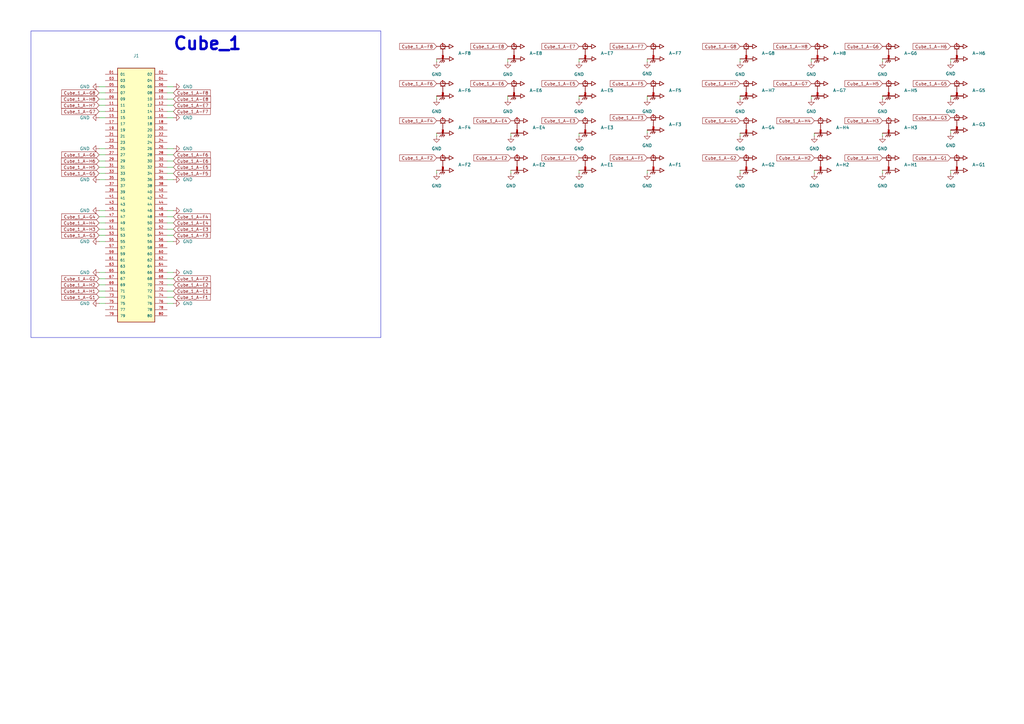
<source format=kicad_sch>
(kicad_sch (version 20231120) (generator "eeschema") (generator_version "8.0")
  (paper "A3")
  (wire (pts (xy 40.64 38.1) (xy 43.18 38.1)))
  (wire (pts (xy 40.64 73.66) (xy 43.18 73.66)))
  (wire (pts (xy 389.89 40.64) (xy 389.89 39.37)))
  (wire (pts (xy 209.55 54.61) (xy 209.55 55.88)))
  (wire (pts (xy 265.43 53.34) (xy 265.43 54.61)))
  (wire (pts (xy 265.43 40.64) (xy 265.43 39.37)))
  (wire (pts (xy 71.12 111.76) (xy 68.58 111.76)))
  (wire (pts (xy 40.64 60.96) (xy 43.18 60.96)))
  (wire (pts (xy 68.58 93.98) (xy 71.12 93.98)))
  (wire (pts (xy 40.64 114.3) (xy 43.18 114.3)))
  (wire (pts (xy 208.28 40.64) (xy 208.28 39.37)))
  (wire (pts (xy 40.64 111.76) (xy 43.18 111.76)))
  (wire (pts (xy 361.95 69.85) (xy 361.95 71.12)))
  (wire (pts (xy 68.58 119.38) (xy 71.12 119.38)))
  (wire (pts (xy 71.12 60.96) (xy 68.58 60.96)))
  (wire (pts (xy 40.64 121.92) (xy 43.18 121.92)))
  (wire (pts (xy 237.49 69.85) (xy 237.49 71.12)))
  (wire (pts (xy 237.49 25.4) (xy 237.49 24.13)))
  (wire (pts (xy 68.58 121.92) (xy 71.12 121.92)))
  (wire (pts (xy 361.95 54.61) (xy 361.95 55.88)))
  (wire (pts (xy 40.64 91.44) (xy 43.18 91.44)))
  (wire (pts (xy 40.64 35.56) (xy 43.18 35.56)))
  (wire (pts (xy 265.43 69.85) (xy 265.43 71.12)))
  (wire (pts (xy 68.58 96.52) (xy 71.12 96.52)))
  (wire (pts (xy 209.55 69.85) (xy 209.55 71.12)))
  (wire (pts (xy 332.74 40.64) (xy 332.74 39.37)))
  (wire (pts (xy 40.64 116.84) (xy 43.18 116.84)))
  (wire (pts (xy 68.58 45.72) (xy 71.12 45.72)))
  (wire (pts (xy 68.58 88.9) (xy 71.12 88.9)))
  (wire (pts (xy 332.74 25.4) (xy 332.74 24.13)))
  (wire (pts (xy 71.12 124.46) (xy 68.58 124.46)))
  (wire (pts (xy 334.01 54.61) (xy 334.01 55.88)))
  (wire (pts (xy 40.64 99.06) (xy 43.18 99.06)))
  (wire (pts (xy 179.07 54.61) (xy 179.07 55.88)))
  (wire (pts (xy 68.58 68.58) (xy 71.12 68.58)))
  (wire (pts (xy 68.58 38.1) (xy 71.12 38.1)))
  (wire (pts (xy 265.43 25.4) (xy 265.43 24.13)))
  (wire (pts (xy 68.58 116.84) (xy 71.12 116.84)))
  (wire (pts (xy 40.64 96.52) (xy 43.18 96.52)))
  (wire (pts (xy 334.01 69.85) (xy 334.01 71.12)))
  (wire (pts (xy 71.12 35.56) (xy 68.58 35.56)))
  (wire (pts (xy 71.12 99.06) (xy 68.58 99.06)))
  (wire (pts (xy 303.53 69.85) (xy 303.53 71.12)))
  (wire (pts (xy 68.58 63.5) (xy 71.12 63.5)))
  (wire (pts (xy 179.07 25.4) (xy 179.07 24.13)))
  (wire (pts (xy 237.49 40.64) (xy 237.49 39.37)))
  (wire (pts (xy 361.95 40.64) (xy 361.95 39.37)))
  (wire (pts (xy 303.53 54.61) (xy 303.53 55.88)))
  (wire (pts (xy 40.64 45.72) (xy 43.18 45.72)))
  (wire (pts (xy 208.28 25.4) (xy 208.28 24.13)))
  (wire (pts (xy 68.58 71.12) (xy 71.12 71.12)))
  (wire (pts (xy 40.64 43.18) (xy 43.18 43.18)))
  (wire (pts (xy 40.64 68.58) (xy 43.18 68.58)))
  (wire (pts (xy 40.64 66.04) (xy 43.18 66.04)))
  (wire (pts (xy 237.49 54.61) (xy 237.49 55.88)))
  (wire (pts (xy 40.64 40.64) (xy 43.18 40.64)))
  (wire (pts (xy 71.12 73.66) (xy 68.58 73.66)))
  (wire (pts (xy 71.12 48.26) (xy 68.58 48.26)))
  (wire (pts (xy 303.53 40.64) (xy 303.53 39.37)))
  (wire (pts (xy 389.89 69.85) (xy 389.89 71.12)))
  (wire (pts (xy 40.64 93.98) (xy 43.18 93.98)))
  (wire (pts (xy 40.64 86.36) (xy 43.18 86.36)))
  (wire (pts (xy 40.64 48.26) (xy 43.18 48.26)))
  (wire (pts (xy 68.58 66.04) (xy 71.12 66.04)))
  (wire (pts (xy 179.07 69.85) (xy 179.07 71.12)))
  (wire (pts (xy 303.53 25.4) (xy 303.53 24.13)))
  (wire (pts (xy 68.58 114.3) (xy 71.12 114.3)))
  (wire (pts (xy 68.58 91.44) (xy 71.12 91.44)))
  (wire (pts (xy 40.64 119.38) (xy 43.18 119.38)))
  (wire (pts (xy 40.64 88.9) (xy 43.18 88.9)))
  (wire (pts (xy 389.89 53.34) (xy 389.89 54.61)))
  (wire (pts (xy 40.64 71.12) (xy 43.18 71.12)))
  (wire (pts (xy 68.58 43.18) (xy 71.12 43.18)))
  (wire (pts (xy 179.07 40.64) (xy 179.07 39.37)))
  (wire (pts (xy 71.12 86.36) (xy 68.58 86.36)))
  (wire (pts (xy 389.89 25.4) (xy 389.89 24.13)))
  (wire (pts (xy 40.64 63.5) (xy 43.18 63.5)))
  (wire (pts (xy 40.64 124.46) (xy 43.18 124.46)))
  (wire (pts (xy 361.95 25.4) (xy 361.95 24.13)))
  (wire (pts (xy 68.58 40.64) (xy 71.12 40.64)))
  (rectangle (start 12.7 12.7) (end 156.21 138.43))
  (text "Cube_1\n" (at 85.09 18.034 0) (effects (font (size 5.08 5.08) (thickness 1.016) (bold yes))))
  (global_label "Cube_1_A-H3" (shape input) (at 361.95 49.53 180) (property "Intersheetrefs" "${INTERSHEET_REFS}" (effects (hide yes))))
  (global_label "Cube_1_A-H2" (shape input) (at 40.64 116.84 180) (property "Intersheetrefs" "${INTERSHEET_REFS}" (effects (hide yes))))
  (global_label "Cube_1_A-E1" (shape input) (at 237.49 64.77 180) (property "Intersheetrefs" "${INTERSHEET_REFS}" (effects (hide yes))))
  (global_label "Cube_1_A-F7" (shape input) (at 71.12 45.72 0) (property "Intersheetrefs" "${INTERSHEET_REFS}" (effects (hide yes))))
  (global_label "Cube_1_A-E5" (shape input) (at 71.12 68.58 0) (property "Intersheetrefs" "${INTERSHEET_REFS}" (effects (hide yes))))
  (global_label "Cube_1_A-F6" (shape input) (at 179.07 34.29 180) (property "Intersheetrefs" "${INTERSHEET_REFS}" (effects (hide yes))))
  (global_label "Cube_1_A-H1" (shape input) (at 361.95 64.77 180) (property "Intersheetrefs" "${INTERSHEET_REFS}" (effects (hide yes))))
  (global_label "Cube_1_A-G1" (shape input) (at 389.89 64.77 180) (property "Intersheetrefs" "${INTERSHEET_REFS}" (effects (hide yes))))
  (global_label "Cube_1_A-H4" (shape input) (at 334.01 49.53 180) (property "Intersheetrefs" "${INTERSHEET_REFS}" (effects (hide yes))))
  (global_label "Cube_1_A-H2" (shape input) (at 334.01 64.77 180) (property "Intersheetrefs" "${INTERSHEET_REFS}" (effects (hide yes))))
  (global_label "Cube_1_A-G5" (shape input) (at 389.89 34.29 180) (property "Intersheetrefs" "${INTERSHEET_REFS}" (effects (hide yes))))
  (global_label "Cube_1_A-G5" (shape input) (at 40.64 71.12 180) (property "Intersheetrefs" "${INTERSHEET_REFS}" (effects (hide yes))))
  (global_label "Cube_1_A-E8" (shape input) (at 208.28 19.05 180) (property "Intersheetrefs" "${INTERSHEET_REFS}" (effects (hide yes))))
  (global_label "Cube_1_A-G3" (shape input) (at 40.64 96.52 180) (property "Intersheetrefs" "${INTERSHEET_REFS}" (effects (hide yes))))
  (global_label "Cube_1_A-F2" (shape input) (at 179.07 64.77 180) (property "Intersheetrefs" "${INTERSHEET_REFS}" (effects (hide yes))))
  (global_label "Cube_1_A-H5" (shape input) (at 40.64 68.58 180) (property "Intersheetrefs" "${INTERSHEET_REFS}" (effects (hide yes))))
  (global_label "Cube_1_A-G7" (shape input) (at 40.64 45.72 180) (property "Intersheetrefs" "${INTERSHEET_REFS}" (effects (hide yes))))
  (global_label "Cube_1_A-E4" (shape input) (at 209.55 49.53 180) (property "Intersheetrefs" "${INTERSHEET_REFS}" (effects (hide yes))))
  (global_label "Cube_1_A-F3" (shape input) (at 265.43 48.26 180) (property "Intersheetrefs" "${INTERSHEET_REFS}" (effects (hide yes))))
  (global_label "Cube_1_A-F3" (shape input) (at 71.12 96.52 0) (property "Intersheetrefs" "${INTERSHEET_REFS}" (effects (hide yes))))
  (global_label "Cube_1_A-E3" (shape input) (at 71.12 93.98 0) (property "Intersheetrefs" "${INTERSHEET_REFS}" (effects (hide yes))))
  (global_label "Cube_1_A-F8" (shape input) (at 71.12 38.1 0) (property "Intersheetrefs" "${INTERSHEET_REFS}" (effects (hide yes))))
  (global_label "Cube_1_A-E3" (shape input) (at 237.49 49.53 180) (property "Intersheetrefs" "${INTERSHEET_REFS}" (effects (hide yes))))
  (global_label "Cube_1_A-E7" (shape input) (at 71.12 43.18 0) (property "Intersheetrefs" "${INTERSHEET_REFS}" (effects (hide yes))))
  (global_label "Cube_1_A-F5" (shape input) (at 265.43 34.29 180) (property "Intersheetrefs" "${INTERSHEET_REFS}" (effects (hide yes))))
  (global_label "Cube_1_A-H6" (shape input) (at 40.64 66.04 180) (property "Intersheetrefs" "${INTERSHEET_REFS}" (effects (hide yes))))
  (global_label "Cube_1_A-H7" (shape input) (at 303.53 34.29 180) (property "Intersheetrefs" "${INTERSHEET_REFS}" (effects (hide yes))))
  (global_label "Cube_1_A-F6" (shape input) (at 71.12 63.5 0) (property "Intersheetrefs" "${INTERSHEET_REFS}" (effects (hide yes))))
  (global_label "Cube_1_A-E6" (shape input) (at 208.28 34.29 180) (property "Intersheetrefs" "${INTERSHEET_REFS}" (effects (hide yes))))
  (global_label "Cube_1_A-F4" (shape input) (at 71.12 88.9 0) (property "Intersheetrefs" "${INTERSHEET_REFS}" (effects (hide yes))))
  (global_label "Cube_1_A-H1" (shape input) (at 40.64 119.38 180) (property "Intersheetrefs" "${INTERSHEET_REFS}" (effects (hide yes))))
  (global_label "Cube_1_A-F8" (shape input) (at 179.07 19.05 180) (property "Intersheetrefs" "${INTERSHEET_REFS}" (effects (hide yes))))
  (global_label "Cube_1_A-F7" (shape input) (at 265.43 19.05 180) (property "Intersheetrefs" "${INTERSHEET_REFS}" (effects (hide yes))))
  (global_label "Cube_1_A-F5" (shape input) (at 71.12 71.12 0) (property "Intersheetrefs" "${INTERSHEET_REFS}" (effects (hide yes))))
  (global_label "Cube_1_A-G2" (shape input) (at 303.53 64.77 180) (property "Intersheetrefs" "${INTERSHEET_REFS}" (effects (hide yes))))
  (global_label "Cube_1_A-E8" (shape input) (at 71.12 40.64 0) (property "Intersheetrefs" "${INTERSHEET_REFS}" (effects (hide yes))))
  (global_label "Cube_1_A-H4" (shape input) (at 40.64 91.44 180) (property "Intersheetrefs" "${INTERSHEET_REFS}" (effects (hide yes))))
  (global_label "Cube_1_A-F2" (shape input) (at 71.12 114.3 0) (property "Intersheetrefs" "${INTERSHEET_REFS}" (effects (hide yes))))
  (global_label "Cube_1_A-G3" (shape input) (at 389.89 48.26 180) (property "Intersheetrefs" "${INTERSHEET_REFS}" (effects (hide yes))))
  (global_label "Cube_1_A-H6" (shape input) (at 389.89 19.05 180) (property "Intersheetrefs" "${INTERSHEET_REFS}" (effects (hide yes))))
  (global_label "Cube_1_A-E2" (shape input) (at 209.55 64.77 180) (property "Intersheetrefs" "${INTERSHEET_REFS}" (effects (hide yes))))
  (global_label "Cube_1_A-G8" (shape input) (at 40.64 38.1 180) (property "Intersheetrefs" "${INTERSHEET_REFS}" (effects (hide yes))))
  (global_label "Cube_1_A-G2" (shape input) (at 40.64 114.3 180) (property "Intersheetrefs" "${INTERSHEET_REFS}" (effects (hide yes))))
  (global_label "Cube_1_A-G4" (shape input) (at 40.64 88.9 180) (property "Intersheetrefs" "${INTERSHEET_REFS}" (effects (hide yes))))
  (global_label "Cube_1_A-G8" (shape input) (at 303.53 19.05 180) (property "Intersheetrefs" "${INTERSHEET_REFS}" (effects (hide yes))))
  (global_label "Cube_1_A-E4" (shape input) (at 71.12 91.44 0) (property "Intersheetrefs" "${INTERSHEET_REFS}" (effects (hide yes))))
  (global_label "Cube_1_A-H7" (shape input) (at 40.64 43.18 180) (property "Intersheetrefs" "${INTERSHEET_REFS}" (effects (hide yes))))
  (global_label "Cube_1_A-H8" (shape input) (at 40.64 40.64 180) (property "Intersheetrefs" "${INTERSHEET_REFS}" (effects (hide yes))))
  (global_label "Cube_1_A-E5" (shape input) (at 237.49 34.29 180) (property "Intersheetrefs" "${INTERSHEET_REFS}" (effects (hide yes))))
  (global_label "Cube_1_A-H3" (shape input) (at 40.64 93.98 180) (property "Intersheetrefs" "${INTERSHEET_REFS}" (effects (hide yes))))
  (global_label "Cube_1_A-G7" (shape input) (at 332.74 34.29 180) (property "Intersheetrefs" "${INTERSHEET_REFS}" (effects (hide yes))))
  (global_label "Cube_1_A-H8" (shape input) (at 332.74 19.05 180) (property "Intersheetrefs" "${INTERSHEET_REFS}" (effects (hide yes))))
  (global_label "Cube_1_A-F4" (shape input) (at 179.07 49.53 180) (property "Intersheetrefs" "${INTERSHEET_REFS}" (effects (hide yes))))
  (global_label "Cube_1_A-E6" (shape input) (at 71.12 66.04 0) (property "Intersheetrefs" "${INTERSHEET_REFS}" (effects (hide yes))))
  (global_label "Cube_1_A-G6" (shape input) (at 361.95 19.05 180) (property "Intersheetrefs" "${INTERSHEET_REFS}" (effects (hide yes))))
  (global_label "Cube_1_A-E1" (shape input) (at 71.12 119.38 0) (property "Intersheetrefs" "${INTERSHEET_REFS}" (effects (hide yes))))
  (global_label "Cube_1_A-G6" (shape input) (at 40.64 63.5 180) (property "Intersheetrefs" "${INTERSHEET_REFS}" (effects (hide yes))))
  (global_label "Cube_1_A-H5" (shape input) (at 361.95 34.29 180) (property "Intersheetrefs" "${INTERSHEET_REFS}" (effects (hide yes))))
  (global_label "Cube_1_A-G1" (shape input) (at 40.64 121.92 180) (property "Intersheetrefs" "${INTERSHEET_REFS}" (effects (hide yes))))
  (global_label "Cube_1_A-E7" (shape input) (at 237.49 19.05 180) (property "Intersheetrefs" "${INTERSHEET_REFS}" (effects (hide yes))))
  (global_label "Cube_1_A-F1" (shape input) (at 265.43 64.77 180) (property "Intersheetrefs" "${INTERSHEET_REFS}" (effects (hide yes))))
  (global_label "Cube_1_A-E2" (shape input) (at 71.12 116.84 0) (property "Intersheetrefs" "${INTERSHEET_REFS}" (effects (hide yes))))
  (global_label "Cube_1_A-F1" (shape input) (at 71.12 121.92 0) (property "Intersheetrefs" "${INTERSHEET_REFS}" (effects (hide yes))))
  (global_label "Cube_1_A-G4" (shape input) (at 303.53 49.53 180) (property "Intersheetrefs" "${INTERSHEET_REFS}" (effects (hide yes))))
  (symbol (lib_id "power:GND") (at 71.12 35.56 90) (mirror x) (unit 1)
    (property "Reference" "#PWR09" (effects (hide yes)))
    (property "Value" "GND" (at 74.93 35.5599 90) (effects (justify right)))
    (property "Description" "Power symbol creates a global label with name \"GND\" , ground" (effects (hide yes)))
  )
  (symbol (lib_id "FARICH:20449-001E-03") (at 267.97 67.31 0) (unit 1)
    (property "Reference" "A-F1" (at 274.32 67.5639 0) (effects (justify left)))
    (property "Value" "20449-001E-03" (effects (hide yes)))
    (property "Footprint" "IPEX:IPEX_20449-001E-03" (effects (hide yes)))
    (property "MF" "I-PEX" (effects (hide yes)))
    (property "Description_1" "\n1 POS Vertical SMD Small form factor with big performance through 6 GHz connector, RF, micro-coaxial MHF 4 Receptacle\n" (effects (hide yes)))
    (property "Package" "None" (effects (hide yes)))
    (property "Price" "None" (effects (hide yes)))
    (property "Check_prices" "https://www.snapeda.com/parts/20449-001E-03/I-PEX/view-part/?ref=eda" (effects (hide yes)))
    (property "PARTREV" "5" (effects (hide yes)))
    (property "SnapEDA_Link" "https://www.snapeda.com/parts/20449-001E-03/I-PEX/view-part/?ref=snap" (effects (hide yes)))
    (property "MP" "20449-001E-03" (effects (hide yes)))
    (property "Purchase-URL" "https://www.snapeda.com/api/url_track_click_mouser/?unipart_id=3220640&manufacturer=I-PEX&part_name=20449-001E-03&search_term=ipex" (effects (hide yes)))
    (property "Availability" "In Stock" (effects (hide yes)))
    (property "STANDART" "Manufacturer Recomendations" (effects (hide yes)))
  )
  (symbol (lib_id "power:GND") (at 71.12 111.76 90) (mirror x) (unit 1)
    (property "Reference" "#PWR015" (effects (hide yes)))
    (property "Value" "GND" (at 74.93 111.7599 90) (effects (justify right)))
    (property "Description" "Power symbol creates a global label with name \"GND\" , ground" (effects (hide yes)))
  )
  (symbol (lib_id "power:GND") (at 179.07 71.12 0) (unit 1)
    (property "Reference" "#PWR024" (effects (hide yes)))
    (property "Value" "GND" (at 179.07 76.2 0))
    (property "Description" "Power symbol creates a global label with name \"GND\" , ground" (effects (hide yes)))
  )
  (symbol (lib_id "FARICH:20449-001E-03") (at 392.43 50.8 0) (unit 1)
    (property "Reference" "A-G3" (at 398.78 51.0539 0) (effects (justify left)))
    (property "Value" "20449-001E-03" (effects (hide yes)))
    (property "Footprint" "IPEX:IPEX_20449-001E-03" (effects (hide yes)))
    (property "MF" "I-PEX" (effects (hide yes)))
    (property "Description_1" "\n1 POS Vertical SMD Small form factor with big performance through 6 GHz connector, RF, micro-coaxial MHF 4 Receptacle\n" (effects (hide yes)))
    (property "Package" "None" (effects (hide yes)))
    (property "Price" "None" (effects (hide yes)))
    (property "Check_prices" "https://www.snapeda.com/parts/20449-001E-03/I-PEX/view-part/?ref=eda" (effects (hide yes)))
    (property "PARTREV" "5" (effects (hide yes)))
    (property "SnapEDA_Link" "https://www.snapeda.com/parts/20449-001E-03/I-PEX/view-part/?ref=snap" (effects (hide yes)))
    (property "MP" "20449-001E-03" (effects (hide yes)))
    (property "Purchase-URL" "https://www.snapeda.com/api/url_track_click_mouser/?unipart_id=3220640&manufacturer=I-PEX&part_name=20449-001E-03&search_term=ipex" (effects (hide yes)))
    (property "Availability" "In Stock" (effects (hide yes)))
    (property "STANDART" "Manufacturer Recomendations" (effects (hide yes)))
  )
  (symbol (lib_id "power:GND") (at 237.49 40.64 0) (unit 1)
    (property "Reference" "#PWR030" (effects (hide yes)))
    (property "Value" "GND" (at 237.49 45.72 0))
    (property "Description" "Power symbol creates a global label with name \"GND\" , ground" (effects (hide yes)))
  )
  (symbol (lib_id "power:GND") (at 71.12 48.26 90) (mirror x) (unit 1)
    (property "Reference" "#PWR010" (effects (hide yes)))
    (property "Value" "GND" (at 74.93 48.2599 90) (effects (justify right)))
    (property "Description" "Power symbol creates a global label with name \"GND\" , ground" (effects (hide yes)))
  )
  (symbol (lib_id "FARICH:20449-001E-03") (at 181.61 67.31 0) (unit 1)
    (property "Reference" "A-F2" (at 187.96 67.5639 0) (effects (justify left)))
    (property "Value" "20449-001E-03" (effects (hide yes)))
    (property "Footprint" "IPEX:IPEX_20449-001E-03" (effects (hide yes)))
    (property "MF" "I-PEX" (effects (hide yes)))
    (property "Description_1" "\n1 POS Vertical SMD Small form factor with big performance through 6 GHz connector, RF, micro-coaxial MHF 4 Receptacle\n" (effects (hide yes)))
    (property "Package" "None" (effects (hide yes)))
    (property "Price" "None" (effects (hide yes)))
    (property "Check_prices" "https://www.snapeda.com/parts/20449-001E-03/I-PEX/view-part/?ref=eda" (effects (hide yes)))
    (property "PARTREV" "5" (effects (hide yes)))
    (property "SnapEDA_Link" "https://www.snapeda.com/parts/20449-001E-03/I-PEX/view-part/?ref=snap" (effects (hide yes)))
    (property "MP" "20449-001E-03" (effects (hide yes)))
    (property "Purchase-URL" "https://www.snapeda.com/api/url_track_click_mouser/?unipart_id=3220640&manufacturer=I-PEX&part_name=20449-001E-03&search_term=ipex" (effects (hide yes)))
    (property "Availability" "In Stock" (effects (hide yes)))
    (property "STANDART" "Manufacturer Recomendations" (effects (hide yes)))
  )
  (symbol (lib_id "FARICH:20449-001E-03") (at 181.61 52.07 0) (unit 1)
    (property "Reference" "A-F4" (at 187.96 52.3239 0) (effects (justify left)))
    (property "Value" "20449-001E-03" (effects (hide yes)))
    (property "Footprint" "IPEX:IPEX_20449-001E-03" (effects (hide yes)))
    (property "MF" "I-PEX" (effects (hide yes)))
    (property "Description_1" "\n1 POS Vertical SMD Small form factor with big performance through 6 GHz connector, RF, micro-coaxial MHF 4 Receptacle\n" (effects (hide yes)))
    (property "Package" "None" (effects (hide yes)))
    (property "Price" "None" (effects (hide yes)))
    (property "Check_prices" "https://www.snapeda.com/parts/20449-001E-03/I-PEX/view-part/?ref=eda" (effects (hide yes)))
    (property "PARTREV" "5" (effects (hide yes)))
    (property "SnapEDA_Link" "https://www.snapeda.com/parts/20449-001E-03/I-PEX/view-part/?ref=snap" (effects (hide yes)))
    (property "MP" "20449-001E-03" (effects (hide yes)))
    (property "Purchase-URL" "https://www.snapeda.com/api/url_track_click_mouser/?unipart_id=3220640&manufacturer=I-PEX&part_name=20449-001E-03&search_term=ipex" (effects (hide yes)))
    (property "Availability" "In Stock" (effects (hide yes)))
    (property "STANDART" "Manufacturer Recomendations" (effects (hide yes)))
  )
  (symbol (lib_id "FARICH:20449-001E-03") (at 240.03 67.31 0) (unit 1)
    (property "Reference" "A-E1" (at 246.38 67.5639 0) (effects (justify left)))
    (property "Value" "20449-001E-03" (effects (hide yes)))
    (property "Footprint" "IPEX:IPEX_20449-001E-03" (effects (hide yes)))
    (property "MF" "I-PEX" (effects (hide yes)))
    (property "Description_1" "\n1 POS Vertical SMD Small form factor with big performance through 6 GHz connector, RF, micro-coaxial MHF 4 Receptacle\n" (effects (hide yes)))
    (property "Package" "None" (effects (hide yes)))
    (property "Price" "None" (effects (hide yes)))
    (property "Check_prices" "https://www.snapeda.com/parts/20449-001E-03/I-PEX/view-part/?ref=eda" (effects (hide yes)))
    (property "PARTREV" "5" (effects (hide yes)))
    (property "SnapEDA_Link" "https://www.snapeda.com/parts/20449-001E-03/I-PEX/view-part/?ref=snap" (effects (hide yes)))
    (property "MP" "20449-001E-03" (effects (hide yes)))
    (property "Purchase-URL" "https://www.snapeda.com/api/url_track_click_mouser/?unipart_id=3220640&manufacturer=I-PEX&part_name=20449-001E-03&search_term=ipex" (effects (hide yes)))
    (property "Availability" "In Stock" (effects (hide yes)))
    (property "STANDART" "Manufacturer Recomendations" (effects (hide yes)))
  )
  (symbol (lib_id "FARICH:20449-001E-03") (at 335.28 21.59 0) (unit 1)
    (property "Reference" "A-H8" (at 341.63 21.8439 0) (effects (justify left)))
    (property "Value" "20449-001E-03" (effects (hide yes)))
    (property "Footprint" "IPEX:IPEX_20449-001E-03" (effects (hide yes)))
    (property "MF" "I-PEX" (effects (hide yes)))
    (property "Description_1" "\n1 POS Vertical SMD Small form factor with big performance through 6 GHz connector, RF, micro-coaxial MHF 4 Receptacle\n" (effects (hide yes)))
    (property "Package" "None" (effects (hide yes)))
    (property "Price" "None" (effects (hide yes)))
    (property "Check_prices" "https://www.snapeda.com/parts/20449-001E-03/I-PEX/view-part/?ref=eda" (effects (hide yes)))
    (property "PARTREV" "5" (effects (hide yes)))
    (property "SnapEDA_Link" "https://www.snapeda.com/parts/20449-001E-03/I-PEX/view-part/?ref=snap" (effects (hide yes)))
    (property "MP" "20449-001E-03" (effects (hide yes)))
    (property "Purchase-URL" "https://www.snapeda.com/api/url_track_click_mouser/?unipart_id=3220640&manufacturer=I-PEX&part_name=20449-001E-03&search_term=ipex" (effects (hide yes)))
    (property "Availability" "In Stock" (effects (hide yes)))
    (property "STANDART" "Manufacturer Recomendations" (effects (hide yes)))
  )
  (symbol (lib_id "power:GND") (at 71.12 73.66 90) (mirror x) (unit 1)
    (property "Reference" "#PWR012" (effects (hide yes)))
    (property "Value" "GND" (at 74.93 73.6599 90) (effects (justify right)))
    (property "Description" "Power symbol creates a global label with name \"GND\" , ground" (effects (hide yes)))
  )
  (symbol (lib_id "FARICH:20449-001E-03") (at 212.09 67.31 0) (unit 1)
    (property "Reference" "A-E2" (at 218.44 67.5639 0) (effects (justify left)))
    (property "Value" "20449-001E-03" (effects (hide yes)))
    (property "Footprint" "IPEX:IPEX_20449-001E-03" (effects (hide yes)))
    (property "MF" "I-PEX" (effects (hide yes)))
    (property "Description_1" "\n1 POS Vertical SMD Small form factor with big performance through 6 GHz connector, RF, micro-coaxial MHF 4 Receptacle\n" (effects (hide yes)))
    (property "Package" "None" (effects (hide yes)))
    (property "Price" "None" (effects (hide yes)))
    (property "Check_prices" "https://www.snapeda.com/parts/20449-001E-03/I-PEX/view-part/?ref=eda" (effects (hide yes)))
    (property "PARTREV" "5" (effects (hide yes)))
    (property "SnapEDA_Link" "https://www.snapeda.com/parts/20449-001E-03/I-PEX/view-part/?ref=snap" (effects (hide yes)))
    (property "MP" "20449-001E-03" (effects (hide yes)))
    (property "Purchase-URL" "https://www.snapeda.com/api/url_track_click_mouser/?unipart_id=3220640&manufacturer=I-PEX&part_name=20449-001E-03&search_term=ipex" (effects (hide yes)))
    (property "Availability" "In Stock" (effects (hide yes)))
    (property "STANDART" "Manufacturer Recomendations" (effects (hide yes)))
  )
  (symbol (lib_id "power:GND") (at 40.64 73.66 270) (unit 1)
    (property "Reference" "#PWR04" (effects (hide yes)))
    (property "Value" "GND" (at 36.83 73.6599 90) (effects (justify right)))
    (property "Description" "Power symbol creates a global label with name \"GND\" , ground" (effects (hide yes)))
  )
  (symbol (lib_id "power:GND") (at 389.89 71.12 0) (unit 1)
    (property "Reference" "#PWR020" (effects (hide yes)))
    (property "Value" "GND" (at 389.89 76.2 0))
    (property "Description" "Power symbol creates a global label with name \"GND\" , ground" (effects (hide yes)))
  )
  (symbol (lib_id "power:GND") (at 303.53 55.88 0) (unit 1)
    (property "Reference" "#PWR041" (effects (hide yes)))
    (property "Value" "GND" (at 303.53 60.96 0))
    (property "Description" "Power symbol creates a global label with name \"GND\" , ground" (effects (hide yes)))
  )
  (symbol (lib_id "FARICH:ST4-40-1.00-L-D-P-TR") (at 55.88 78.74 0) (unit 1)
    (property "Reference" "J1" (at 55.88 22.86 0))
    (property "Value" "ST4-40-1.00-L-D-P-TR" (effects (hide yes)))
    (property "Footprint" "FARICH:SAMTEC_ST4-40-1.00-L-D-P-TR" (effects (hide yes)))
    (property "MF" "Samtec" (effects (hide yes)))
    (property "MAXIMUM_PACKAGE_HEIGHT" "3.08mm" (effects (hide yes)))
    (property "Package" "None" (effects (hide yes)))
    (property "Price" "None" (effects (hide yes)))
    (property "Check_prices" "https://www.snapeda.com/parts/ST4-40-1.00-L-D-P-TR/Samtec+Inc./view-part/?ref=eda" (effects (hide yes)))
    (property "STANDARD" "Manufacturer Recommendations" (effects (hide yes)))
    (property "PARTREV" "J" (effects (hide yes)))
    (property "SnapEDA_Link" "https://www.snapeda.com/parts/ST4-40-1.00-L-D-P-TR/Samtec+Inc./view-part/?ref=snap" (effects (hide yes)))
    (property "MP" "ST4-40-1.00-L-D-P-TR" (effects (hide yes)))
    (property "Purchase-URL" "https://www.snapeda.com/api/url_track_click_mouser/?unipart_id=557673&manufacturer=Samtec&part_name=ST4-40-1.00-L-D-P-TR&search_term=st4-40-1.00-l-d-p-tr" (effects (hide yes)))
    (property "Description_1" "\n80 Position Connector Header, Center Strip Contacts Surface Mount Gold\n" (effects (hide yes)))
    (property "Availability" "In Stock" (effects (hide yes)))
    (property "MANUFACTURER" "SAMTEC" (effects (hide yes)))
  )
  (symbol (lib_id "power:GND") (at 389.89 25.4 0) (unit 1)
    (property "Reference" "#PWR038" (effects (hide yes)))
    (property "Value" "GND" (at 389.89 30.226 0))
    (property "Description" "Power symbol creates a global label with name \"GND\" , ground" (effects (hide yes)))
  )
  (symbol (lib_id "FARICH:20449-001E-03") (at 364.49 21.59 0) (unit 1)
    (property "Reference" "A-G6" (at 370.84 21.8439 0) (effects (justify left)))
    (property "Value" "20449-001E-03" (effects (hide yes)))
    (property "Footprint" "IPEX:IPEX_20449-001E-03" (effects (hide yes)))
    (property "MF" "I-PEX" (effects (hide yes)))
    (property "Description_1" "\n1 POS Vertical SMD Small form factor with big performance through 6 GHz connector, RF, micro-coaxial MHF 4 Receptacle\n" (effects (hide yes)))
    (property "Package" "None" (effects (hide yes)))
    (property "Price" "None" (effects (hide yes)))
    (property "Check_prices" "https://www.snapeda.com/parts/20449-001E-03/I-PEX/view-part/?ref=eda" (effects (hide yes)))
    (property "PARTREV" "5" (effects (hide yes)))
    (property "SnapEDA_Link" "https://www.snapeda.com/parts/20449-001E-03/I-PEX/view-part/?ref=snap" (effects (hide yes)))
    (property "MP" "20449-001E-03" (effects (hide yes)))
    (property "Purchase-URL" "https://www.snapeda.com/api/url_track_click_mouser/?unipart_id=3220640&manufacturer=I-PEX&part_name=20449-001E-03&search_term=ipex" (effects (hide yes)))
    (property "Availability" "In Stock" (effects (hide yes)))
    (property "STANDART" "Manufacturer Recomendations" (effects (hide yes)))
  )
  (symbol (lib_id "power:GND") (at 265.43 25.4 0) (unit 1)
    (property "Reference" "#PWR045" (effects (hide yes)))
    (property "Value" "GND" (at 265.43 30.226 0))
    (property "Description" "Power symbol creates a global label with name \"GND\" , ground" (effects (hide yes)))
  )
  (symbol (lib_id "power:GND") (at 71.12 99.06 90) (mirror x) (unit 1)
    (property "Reference" "#PWR014" (effects (hide yes)))
    (property "Value" "GND" (at 74.93 99.0599 90) (effects (justify right)))
    (property "Description" "Power symbol creates a global label with name \"GND\" , ground" (effects (hide yes)))
  )
  (symbol (lib_id "power:GND") (at 389.89 40.64 0) (unit 1)
    (property "Reference" "#PWR040" (effects (hide yes)))
    (property "Value" "GND" (at 389.89 45.72 0))
    (property "Description" "Power symbol creates a global label with name \"GND\" , ground" (effects (hide yes)))
  )
  (symbol (lib_id "power:GND") (at 237.49 55.88 0) (unit 1)
    (property "Reference" "#PWR031" (effects (hide yes)))
    (property "Value" "GND" (at 237.49 60.96 0))
    (property "Description" "Power symbol creates a global label with name \"GND\" , ground" (effects (hide yes)))
  )
  (symbol (lib_id "FARICH:20449-001E-03") (at 306.07 67.31 0) (unit 1)
    (property "Reference" "A-G2" (at 312.42 67.5639 0) (effects (justify left)))
    (property "Value" "20449-001E-03" (effects (hide yes)))
    (property "Footprint" "IPEX:IPEX_20449-001E-03" (effects (hide yes)))
    (property "MF" "I-PEX" (effects (hide yes)))
    (property "Description_1" "\n1 POS Vertical SMD Small form factor with big performance through 6 GHz connector, RF, micro-coaxial MHF 4 Receptacle\n" (effects (hide yes)))
    (property "Package" "None" (effects (hide yes)))
    (property "Price" "None" (effects (hide yes)))
    (property "Check_prices" "https://www.snapeda.com/parts/20449-001E-03/I-PEX/view-part/?ref=eda" (effects (hide yes)))
    (property "PARTREV" "5" (effects (hide yes)))
    (property "SnapEDA_Link" "https://www.snapeda.com/parts/20449-001E-03/I-PEX/view-part/?ref=snap" (effects (hide yes)))
    (property "MP" "20449-001E-03" (effects (hide yes)))
    (property "Purchase-URL" "https://www.snapeda.com/api/url_track_click_mouser/?unipart_id=3220640&manufacturer=I-PEX&part_name=20449-001E-03&search_term=ipex" (effects (hide yes)))
    (property "Availability" "In Stock" (effects (hide yes)))
    (property "STANDART" "Manufacturer Recomendations" (effects (hide yes)))
  )
  (symbol (lib_id "power:GND") (at 40.64 99.06 270) (unit 1)
    (property "Reference" "#PWR06" (effects (hide yes)))
    (property "Value" "GND" (at 36.83 99.0599 90) (effects (justify right)))
    (property "Description" "Power symbol creates a global label with name \"GND\" , ground" (effects (hide yes)))
  )
  (symbol (lib_id "power:GND") (at 361.95 55.88 0) (unit 1)
    (property "Reference" "#PWR043" (effects (hide yes)))
    (property "Value" "GND" (at 361.95 60.96 0))
    (property "Description" "Power symbol creates a global label with name \"GND\" , ground" (effects (hide yes)))
  )
  (symbol (lib_id "FARICH:20449-001E-03") (at 392.43 67.31 0) (unit 1)
    (property "Reference" "A-G1" (at 398.78 67.5639 0) (effects (justify left)))
    (property "Value" "20449-001E-03" (effects (hide yes)))
    (property "Footprint" "IPEX:IPEX_20449-001E-03" (effects (hide yes)))
    (property "MF" "I-PEX" (effects (hide yes)))
    (property "Description_1" "\n1 POS Vertical SMD Small form factor with big performance through 6 GHz connector, RF, micro-coaxial MHF 4 Receptacle\n" (effects (hide yes)))
    (property "Package" "None" (effects (hide yes)))
    (property "Price" "None" (effects (hide yes)))
    (property "Check_prices" "https://www.snapeda.com/parts/20449-001E-03/I-PEX/view-part/?ref=eda" (effects (hide yes)))
    (property "PARTREV" "5" (effects (hide yes)))
    (property "SnapEDA_Link" "https://www.snapeda.com/parts/20449-001E-03/I-PEX/view-part/?ref=snap" (effects (hide yes)))
    (property "MP" "20449-001E-03" (effects (hide yes)))
    (property "Purchase-URL" "https://www.snapeda.com/api/url_track_click_mouser/?unipart_id=3220640&manufacturer=I-PEX&part_name=20449-001E-03&search_term=ipex" (effects (hide yes)))
    (property "Availability" "In Stock" (effects (hide yes)))
    (property "STANDART" "Manufacturer Recomendations" (effects (hide yes)))
  )
  (symbol (lib_id "power:GND") (at 265.43 40.64 0) (unit 1)
    (property "Reference" "#PWR046" (effects (hide yes)))
    (property "Value" "GND" (at 265.43 45.72 0))
    (property "Description" "Power symbol creates a global label with name \"GND\" , ground" (effects (hide yes)))
  )
  (symbol (lib_id "FARICH:20449-001E-03") (at 364.49 36.83 0) (unit 1)
    (property "Reference" "A-H5" (at 370.84 37.0839 0) (effects (justify left)))
    (property "Value" "20449-001E-03" (effects (hide yes)))
    (property "Footprint" "IPEX:IPEX_20449-001E-03" (effects (hide yes)))
    (property "MF" "I-PEX" (effects (hide yes)))
    (property "Description_1" "\n1 POS Vertical SMD Small form factor with big performance through 6 GHz connector, RF, micro-coaxial MHF 4 Receptacle\n" (effects (hide yes)))
    (property "Package" "None" (effects (hide yes)))
    (property "Price" "None" (effects (hide yes)))
    (property "Check_prices" "https://www.snapeda.com/parts/20449-001E-03/I-PEX/view-part/?ref=eda" (effects (hide yes)))
    (property "PARTREV" "5" (effects (hide yes)))
    (property "SnapEDA_Link" "https://www.snapeda.com/parts/20449-001E-03/I-PEX/view-part/?ref=snap" (effects (hide yes)))
    (property "MP" "20449-001E-03" (effects (hide yes)))
    (property "Purchase-URL" "https://www.snapeda.com/api/url_track_click_mouser/?unipart_id=3220640&manufacturer=I-PEX&part_name=20449-001E-03&search_term=ipex" (effects (hide yes)))
    (property "Availability" "In Stock" (effects (hide yes)))
    (property "STANDART" "Manufacturer Recomendations" (effects (hide yes)))
  )
  (symbol (lib_id "FARICH:20449-001E-03") (at 267.97 50.8 0) (unit 1)
    (property "Reference" "A-F3" (at 274.32 51.0539 0) (effects (justify left)))
    (property "Value" "20449-001E-03" (effects (hide yes)))
    (property "Footprint" "IPEX:IPEX_20449-001E-03" (effects (hide yes)))
    (property "MF" "I-PEX" (effects (hide yes)))
    (property "Description_1" "\n1 POS Vertical SMD Small form factor with big performance through 6 GHz connector, RF, micro-coaxial MHF 4 Receptacle\n" (effects (hide yes)))
    (property "Package" "None" (effects (hide yes)))
    (property "Price" "None" (effects (hide yes)))
    (property "Check_prices" "https://www.snapeda.com/parts/20449-001E-03/I-PEX/view-part/?ref=eda" (effects (hide yes)))
    (property "PARTREV" "5" (effects (hide yes)))
    (property "SnapEDA_Link" "https://www.snapeda.com/parts/20449-001E-03/I-PEX/view-part/?ref=snap" (effects (hide yes)))
    (property "MP" "20449-001E-03" (effects (hide yes)))
    (property "Purchase-URL" "https://www.snapeda.com/api/url_track_click_mouser/?unipart_id=3220640&manufacturer=I-PEX&part_name=20449-001E-03&search_term=ipex" (effects (hide yes)))
    (property "Availability" "In Stock" (effects (hide yes)))
    (property "STANDART" "Manufacturer Recomendations" (effects (hide yes)))
  )
  (symbol (lib_id "FARICH:20449-001E-03") (at 336.55 52.07 0) (unit 1)
    (property "Reference" "A-H4" (at 342.9 52.3239 0) (effects (justify left)))
    (property "Value" "20449-001E-03" (effects (hide yes)))
    (property "Footprint" "IPEX:IPEX_20449-001E-03" (effects (hide yes)))
    (property "MF" "I-PEX" (effects (hide yes)))
    (property "Description_1" "\n1 POS Vertical SMD Small form factor with big performance through 6 GHz connector, RF, micro-coaxial MHF 4 Receptacle\n" (effects (hide yes)))
    (property "Package" "None" (effects (hide yes)))
    (property "Price" "None" (effects (hide yes)))
    (property "Check_prices" "https://www.snapeda.com/parts/20449-001E-03/I-PEX/view-part/?ref=eda" (effects (hide yes)))
    (property "PARTREV" "5" (effects (hide yes)))
    (property "SnapEDA_Link" "https://www.snapeda.com/parts/20449-001E-03/I-PEX/view-part/?ref=snap" (effects (hide yes)))
    (property "MP" "20449-001E-03" (effects (hide yes)))
    (property "Purchase-URL" "https://www.snapeda.com/api/url_track_click_mouser/?unipart_id=3220640&manufacturer=I-PEX&part_name=20449-001E-03&search_term=ipex" (effects (hide yes)))
    (property "Availability" "In Stock" (effects (hide yes)))
    (property "STANDART" "Manufacturer Recomendations" (effects (hide yes)))
  )
  (symbol (lib_id "FARICH:20449-001E-03") (at 306.07 52.07 0) (unit 1)
    (property "Reference" "A-G4" (at 312.42 52.3239 0) (effects (justify left)))
    (property "Value" "20449-001E-03" (effects (hide yes)))
    (property "Footprint" "IPEX:IPEX_20449-001E-03" (effects (hide yes)))
    (property "MF" "I-PEX" (effects (hide yes)))
    (property "Description_1" "\n1 POS Vertical SMD Small form factor with big performance through 6 GHz connector, RF, micro-coaxial MHF 4 Receptacle\n" (effects (hide yes)))
    (property "Package" "None" (effects (hide yes)))
    (property "Price" "None" (effects (hide yes)))
    (property "Check_prices" "https://www.snapeda.com/parts/20449-001E-03/I-PEX/view-part/?ref=eda" (effects (hide yes)))
    (property "PARTREV" "5" (effects (hide yes)))
    (property "SnapEDA_Link" "https://www.snapeda.com/parts/20449-001E-03/I-PEX/view-part/?ref=snap" (effects (hide yes)))
    (property "MP" "20449-001E-03" (effects (hide yes)))
    (property "Purchase-URL" "https://www.snapeda.com/api/url_track_click_mouser/?unipart_id=3220640&manufacturer=I-PEX&part_name=20449-001E-03&search_term=ipex" (effects (hide yes)))
    (property "Availability" "In Stock" (effects (hide yes)))
    (property "STANDART" "Manufacturer Recomendations" (effects (hide yes)))
  )
  (symbol (lib_id "FARICH:20449-001E-03") (at 267.97 36.83 0) (unit 1)
    (property "Reference" "A-F5" (at 274.32 37.0839 0) (effects (justify left)))
    (property "Value" "20449-001E-03" (effects (hide yes)))
    (property "Footprint" "IPEX:IPEX_20449-001E-03" (effects (hide yes)))
    (property "MF" "I-PEX" (effects (hide yes)))
    (property "Description_1" "\n1 POS Vertical SMD Small form factor with big performance through 6 GHz connector, RF, micro-coaxial MHF 4 Receptacle\n" (effects (hide yes)))
    (property "Package" "None" (effects (hide yes)))
    (property "Price" "None" (effects (hide yes)))
    (property "Check_prices" "https://www.snapeda.com/parts/20449-001E-03/I-PEX/view-part/?ref=eda" (effects (hide yes)))
    (property "PARTREV" "5" (effects (hide yes)))
    (property "SnapEDA_Link" "https://www.snapeda.com/parts/20449-001E-03/I-PEX/view-part/?ref=snap" (effects (hide yes)))
    (property "MP" "20449-001E-03" (effects (hide yes)))
    (property "Purchase-URL" "https://www.snapeda.com/api/url_track_click_mouser/?unipart_id=3220640&manufacturer=I-PEX&part_name=20449-001E-03&search_term=ipex" (effects (hide yes)))
    (property "Availability" "In Stock" (effects (hide yes)))
    (property "STANDART" "Manufacturer Recomendations" (effects (hide yes)))
  )
  (symbol (lib_id "power:GND") (at 40.64 60.96 270) (unit 1)
    (property "Reference" "#PWR03" (effects (hide yes)))
    (property "Value" "GND" (at 36.83 60.9599 90) (effects (justify right)))
    (property "Description" "Power symbol creates a global label with name \"GND\" , ground" (effects (hide yes)))
  )
  (symbol (lib_id "FARICH:20449-001E-03") (at 181.61 36.83 0) (unit 1)
    (property "Reference" "A-F6" (at 187.96 37.0839 0) (effects (justify left)))
    (property "Value" "20449-001E-03" (effects (hide yes)))
    (property "Footprint" "IPEX:IPEX_20449-001E-03" (effects (hide yes)))
    (property "MF" "I-PEX" (effects (hide yes)))
    (property "Description_1" "\n1 POS Vertical SMD Small form factor with big performance through 6 GHz connector, RF, micro-coaxial MHF 4 Receptacle\n" (effects (hide yes)))
    (property "Package" "None" (effects (hide yes)))
    (property "Price" "None" (effects (hide yes)))
    (property "Check_prices" "https://www.snapeda.com/parts/20449-001E-03/I-PEX/view-part/?ref=eda" (effects (hide yes)))
    (property "PARTREV" "5" (effects (hide yes)))
    (property "SnapEDA_Link" "https://www.snapeda.com/parts/20449-001E-03/I-PEX/view-part/?ref=snap" (effects (hide yes)))
    (property "MP" "20449-001E-03" (effects (hide yes)))
    (property "Purchase-URL" "https://www.snapeda.com/api/url_track_click_mouser/?unipart_id=3220640&manufacturer=I-PEX&part_name=20449-001E-03&search_term=ipex" (effects (hide yes)))
    (property "Availability" "In Stock" (effects (hide yes)))
    (property "STANDART" "Manufacturer Recomendations" (effects (hide yes)))
  )
  (symbol (lib_id "power:GND") (at 40.64 86.36 270) (unit 1)
    (property "Reference" "#PWR05" (effects (hide yes)))
    (property "Value" "GND" (at 36.83 86.3599 90) (effects (justify right)))
    (property "Description" "Power symbol creates a global label with name \"GND\" , ground" (effects (hide yes)))
  )
  (symbol (lib_id "power:GND") (at 237.49 25.4 0) (unit 1)
    (property "Reference" "#PWR029" (effects (hide yes)))
    (property "Value" "GND" (at 237.49 30.48 0))
    (property "Description" "Power symbol creates a global label with name \"GND\" , ground" (effects (hide yes)))
  )
  (symbol (lib_id "power:GND") (at 208.28 25.4 0) (unit 1)
    (property "Reference" "#PWR025" (effects (hide yes)))
    (property "Value" "GND" (at 208.28 30.48 0))
    (property "Description" "Power symbol creates a global label with name \"GND\" , ground" (effects (hide yes)))
  )
  (symbol (lib_id "power:GND") (at 265.43 54.61 0) (unit 1)
    (property "Reference" "#PWR047" (effects (hide yes)))
    (property "Value" "GND" (at 265.43 59.69 0))
    (property "Description" "Power symbol creates a global label with name \"GND\" , ground" (effects (hide yes)))
  )
  (symbol (lib_id "power:GND") (at 179.07 25.4 0) (unit 1)
    (property "Reference" "#PWR021" (effects (hide yes)))
    (property "Value" "GND" (at 179.07 30.48 0))
    (property "Description" "Power symbol creates a global label with name \"GND\" , ground" (effects (hide yes)))
  )
  (symbol (lib_id "power:GND") (at 361.95 71.12 0) (unit 1)
    (property "Reference" "#PWR019" (effects (hide yes)))
    (property "Value" "GND" (at 361.95 76.2 0))
    (property "Description" "Power symbol creates a global label with name \"GND\" , ground" (effects (hide yes)))
  )
  (symbol (lib_id "power:GND") (at 237.49 71.12 0) (unit 1)
    (property "Reference" "#PWR032" (effects (hide yes)))
    (property "Value" "GND" (at 237.49 76.2 0))
    (property "Description" "Power symbol creates a global label with name \"GND\" , ground" (effects (hide yes)))
  )
  (symbol (lib_id "power:GND") (at 334.01 71.12 0) (unit 1)
    (property "Reference" "#PWR018" (effects (hide yes)))
    (property "Value" "GND" (at 334.01 76.2 0))
    (property "Description" "Power symbol creates a global label with name \"GND\" , ground" (effects (hide yes)))
  )
  (symbol (lib_id "FARICH:20449-001E-03") (at 240.03 36.83 0) (unit 1)
    (property "Reference" "A-E5" (at 246.38 37.0839 0) (effects (justify left)))
    (property "Value" "20449-001E-03" (effects (hide yes)))
    (property "Footprint" "IPEX:IPEX_20449-001E-03" (effects (hide yes)))
    (property "MF" "I-PEX" (effects (hide yes)))
    (property "Description_1" "\n1 POS Vertical SMD Small form factor with big performance through 6 GHz connector, RF, micro-coaxial MHF 4 Receptacle\n" (effects (hide yes)))
    (property "Package" "None" (effects (hide yes)))
    (property "Price" "None" (effects (hide yes)))
    (property "Check_prices" "https://www.snapeda.com/parts/20449-001E-03/I-PEX/view-part/?ref=eda" (effects (hide yes)))
    (property "PARTREV" "5" (effects (hide yes)))
    (property "SnapEDA_Link" "https://www.snapeda.com/parts/20449-001E-03/I-PEX/view-part/?ref=snap" (effects (hide yes)))
    (property "MP" "20449-001E-03" (effects (hide yes)))
    (property "Purchase-URL" "https://www.snapeda.com/api/url_track_click_mouser/?unipart_id=3220640&manufacturer=I-PEX&part_name=20449-001E-03&search_term=ipex" (effects (hide yes)))
    (property "Availability" "In Stock" (effects (hide yes)))
    (property "STANDART" "Manufacturer Recomendations" (effects (hide yes)))
  )
  (symbol (lib_id "power:GND") (at 389.89 54.61 0) (unit 1)
    (property "Reference" "#PWR044" (effects (hide yes)))
    (property "Value" "GND" (at 389.89 59.69 0))
    (property "Description" "Power symbol creates a global label with name \"GND\" , ground" (effects (hide yes)))
  )
  (symbol (lib_id "FARICH:20449-001E-03") (at 335.28 36.83 0) (unit 1)
    (property "Reference" "A-G7" (at 341.63 37.0839 0) (effects (justify left)))
    (property "Value" "20449-001E-03" (effects (hide yes)))
    (property "Footprint" "IPEX:IPEX_20449-001E-03" (effects (hide yes)))
    (property "MF" "I-PEX" (effects (hide yes)))
    (property "Description_1" "\n1 POS Vertical SMD Small form factor with big performance through 6 GHz connector, RF, micro-coaxial MHF 4 Receptacle\n" (effects (hide yes)))
    (property "Package" "None" (effects (hide yes)))
    (property "Price" "None" (effects (hide yes)))
    (property "Check_prices" "https://www.snapeda.com/parts/20449-001E-03/I-PEX/view-part/?ref=eda" (effects (hide yes)))
    (property "PARTREV" "5" (effects (hide yes)))
    (property "SnapEDA_Link" "https://www.snapeda.com/parts/20449-001E-03/I-PEX/view-part/?ref=snap" (effects (hide yes)))
    (property "MP" "20449-001E-03" (effects (hide yes)))
    (property "Purchase-URL" "https://www.snapeda.com/api/url_track_click_mouser/?unipart_id=3220640&manufacturer=I-PEX&part_name=20449-001E-03&search_term=ipex" (effects (hide yes)))
    (property "Availability" "In Stock" (effects (hide yes)))
    (property "STANDART" "Manufacturer Recomendations" (effects (hide yes)))
  )
  (symbol (lib_id "power:GND") (at 332.74 25.4 0) (unit 1)
    (property "Reference" "#PWR034" (effects (hide yes)))
    (property "Value" "GND" (at 332.74 30.48 0))
    (property "Description" "Power symbol creates a global label with name \"GND\" , ground" (effects (hide yes)))
  )
  (symbol (lib_id "FARICH:20449-001E-03") (at 240.03 52.07 0) (unit 1)
    (property "Reference" "A-E3" (at 246.38 52.3239 0) (effects (justify left)))
    (property "Value" "20449-001E-03" (effects (hide yes)))
    (property "Footprint" "IPEX:IPEX_20449-001E-03" (effects (hide yes)))
    (property "MF" "I-PEX" (effects (hide yes)))
    (property "Description_1" "\n1 POS Vertical SMD Small form factor with big performance through 6 GHz connector, RF, micro-coaxial MHF 4 Receptacle\n" (effects (hide yes)))
    (property "Package" "None" (effects (hide yes)))
    (property "Price" "None" (effects (hide yes)))
    (property "Check_prices" "https://www.snapeda.com/parts/20449-001E-03/I-PEX/view-part/?ref=eda" (effects (hide yes)))
    (property "PARTREV" "5" (effects (hide yes)))
    (property "SnapEDA_Link" "https://www.snapeda.com/parts/20449-001E-03/I-PEX/view-part/?ref=snap" (effects (hide yes)))
    (property "MP" "20449-001E-03" (effects (hide yes)))
    (property "Purchase-URL" "https://www.snapeda.com/api/url_track_click_mouser/?unipart_id=3220640&manufacturer=I-PEX&part_name=20449-001E-03&search_term=ipex" (effects (hide yes)))
    (property "Availability" "In Stock" (effects (hide yes)))
    (property "STANDART" "Manufacturer Recomendations" (effects (hide yes)))
  )
  (symbol (lib_id "FARICH:20449-001E-03") (at 212.09 52.07 0) (unit 1)
    (property "Reference" "A-E4" (at 218.44 52.3239 0) (effects (justify left)))
    (property "Value" "20449-001E-03" (effects (hide yes)))
    (property "Footprint" "IPEX:IPEX_20449-001E-03" (effects (hide yes)))
    (property "MF" "I-PEX" (effects (hide yes)))
    (property "Description_1" "\n1 POS Vertical SMD Small form factor with big performance through 6 GHz connector, RF, micro-coaxial MHF 4 Receptacle\n" (effects (hide yes)))
    (property "Package" "None" (effects (hide yes)))
    (property "Price" "None" (effects (hide yes)))
    (property "Check_prices" "https://www.snapeda.com/parts/20449-001E-03/I-PEX/view-part/?ref=eda" (effects (hide yes)))
    (property "PARTREV" "5" (effects (hide yes)))
    (property "SnapEDA_Link" "https://www.snapeda.com/parts/20449-001E-03/I-PEX/view-part/?ref=snap" (effects (hide yes)))
    (property "MP" "20449-001E-03" (effects (hide yes)))
    (property "Purchase-URL" "https://www.snapeda.com/api/url_track_click_mouser/?unipart_id=3220640&manufacturer=I-PEX&part_name=20449-001E-03&search_term=ipex" (effects (hide yes)))
    (property "Availability" "In Stock" (effects (hide yes)))
    (property "STANDART" "Manufacturer Recomendations" (effects (hide yes)))
  )
  (symbol (lib_id "power:GND") (at 303.53 71.12 0) (unit 1)
    (property "Reference" "#PWR017" (effects (hide yes)))
    (property "Value" "GND" (at 303.53 76.2 0))
    (property "Description" "Power symbol creates a global label with name \"GND\" , ground" (effects (hide yes)))
  )
  (symbol (lib_id "FARICH:20449-001E-03") (at 364.49 52.07 0) (unit 1)
    (property "Reference" "A-H3" (at 370.84 52.3239 0) (effects (justify left)))
    (property "Value" "20449-001E-03" (effects (hide yes)))
    (property "Footprint" "IPEX:IPEX_20449-001E-03" (effects (hide yes)))
    (property "MF" "I-PEX" (effects (hide yes)))
    (property "Description_1" "\n1 POS Vertical SMD Small form factor with big performance through 6 GHz connector, RF, micro-coaxial MHF 4 Receptacle\n" (effects (hide yes)))
    (property "Package" "None" (effects (hide yes)))
    (property "Price" "None" (effects (hide yes)))
    (property "Check_prices" "https://www.snapeda.com/parts/20449-001E-03/I-PEX/view-part/?ref=eda" (effects (hide yes)))
    (property "PARTREV" "5" (effects (hide yes)))
    (property "SnapEDA_Link" "https://www.snapeda.com/parts/20449-001E-03/I-PEX/view-part/?ref=snap" (effects (hide yes)))
    (property "MP" "20449-001E-03" (effects (hide yes)))
    (property "Purchase-URL" "https://www.snapeda.com/api/url_track_click_mouser/?unipart_id=3220640&manufacturer=I-PEX&part_name=20449-001E-03&search_term=ipex" (effects (hide yes)))
    (property "Availability" "In Stock" (effects (hide yes)))
    (property "STANDART" "Manufacturer Recomendations" (effects (hide yes)))
  )
  (symbol (lib_id "FARICH:20449-001E-03") (at 364.49 67.31 0) (unit 1)
    (property "Reference" "A-H1" (at 370.84 67.5639 0) (effects (justify left)))
    (property "Value" "20449-001E-03" (effects (hide yes)))
    (property "Footprint" "IPEX:IPEX_20449-001E-03" (effects (hide yes)))
    (property "MF" "I-PEX" (effects (hide yes)))
    (property "Description_1" "\n1 POS Vertical SMD Small form factor with big performance through 6 GHz connector, RF, micro-coaxial MHF 4 Receptacle\n" (effects (hide yes)))
    (property "Package" "None" (effects (hide yes)))
    (property "Price" "None" (effects (hide yes)))
    (property "Check_prices" "https://www.snapeda.com/parts/20449-001E-03/I-PEX/view-part/?ref=eda" (effects (hide yes)))
    (property "PARTREV" "5" (effects (hide yes)))
    (property "SnapEDA_Link" "https://www.snapeda.com/parts/20449-001E-03/I-PEX/view-part/?ref=snap" (effects (hide yes)))
    (property "MP" "20449-001E-03" (effects (hide yes)))
    (property "Purchase-URL" "https://www.snapeda.com/api/url_track_click_mouser/?unipart_id=3220640&manufacturer=I-PEX&part_name=20449-001E-03&search_term=ipex" (effects (hide yes)))
    (property "Availability" "In Stock" (effects (hide yes)))
    (property "STANDART" "Manufacturer Recomendations" (effects (hide yes)))
  )
  (symbol (lib_id "power:GND") (at 265.43 71.12 0) (unit 1)
    (property "Reference" "#PWR048" (effects (hide yes)))
    (property "Value" "GND" (at 265.43 76.2 0))
    (property "Description" "Power symbol creates a global label with name \"GND\" , ground" (effects (hide yes)))
  )
  (symbol (lib_id "power:GND") (at 361.95 40.64 0) (unit 1)
    (property "Reference" "#PWR039" (effects (hide yes)))
    (property "Value" "GND" (at 361.95 45.72 0))
    (property "Description" "Power symbol creates a global label with name \"GND\" , ground" (effects (hide yes)))
  )
  (symbol (lib_id "power:GND") (at 40.64 111.76 270) (unit 1)
    (property "Reference" "#PWR07" (effects (hide yes)))
    (property "Value" "GND" (at 36.83 111.7599 90) (effects (justify right)))
    (property "Description" "Power symbol creates a global label with name \"GND\" , ground" (effects (hide yes)))
  )
  (symbol (lib_id "FARICH:20449-001E-03") (at 392.43 21.59 0) (unit 1)
    (property "Reference" "A-H6" (at 398.78 21.8439 0) (effects (justify left)))
    (property "Value" "20449-001E-03" (effects (hide yes)))
    (property "Footprint" "IPEX:IPEX_20449-001E-03" (effects (hide yes)))
    (property "MF" "I-PEX" (effects (hide yes)))
    (property "Description_1" "\n1 POS Vertical SMD Small form factor with big performance through 6 GHz connector, RF, micro-coaxial MHF 4 Receptacle\n" (effects (hide yes)))
    (property "Package" "None" (effects (hide yes)))
    (property "Price" "None" (effects (hide yes)))
    (property "Check_prices" "https://www.snapeda.com/parts/20449-001E-03/I-PEX/view-part/?ref=eda" (effects (hide yes)))
    (property "PARTREV" "5" (effects (hide yes)))
    (property "SnapEDA_Link" "https://www.snapeda.com/parts/20449-001E-03/I-PEX/view-part/?ref=snap" (effects (hide yes)))
    (property "MP" "20449-001E-03" (effects (hide yes)))
    (property "Purchase-URL" "https://www.snapeda.com/api/url_track_click_mouser/?unipart_id=3220640&manufacturer=I-PEX&part_name=20449-001E-03&search_term=ipex" (effects (hide yes)))
    (property "Availability" "In Stock" (effects (hide yes)))
    (property "STANDART" "Manufacturer Recomendations" (effects (hide yes)))
  )
  (symbol (lib_id "power:GND") (at 40.64 124.46 270) (unit 1)
    (property "Reference" "#PWR08" (effects (hide yes)))
    (property "Value" "GND" (at 36.83 124.4599 90) (effects (justify right)))
    (property "Description" "Power symbol creates a global label with name \"GND\" , ground" (effects (hide yes)))
  )
  (symbol (lib_id "FARICH:20449-001E-03") (at 267.97 21.59 0) (unit 1)
    (property "Reference" "A-F7" (at 274.32 21.8439 0) (effects (justify left)))
    (property "Value" "20449-001E-03" (effects (hide yes)))
    (property "Footprint" "IPEX:IPEX_20449-001E-03" (effects (hide yes)))
    (property "MF" "I-PEX" (effects (hide yes)))
    (property "Description_1" "\n1 POS Vertical SMD Small form factor with big performance through 6 GHz connector, RF, micro-coaxial MHF 4 Receptacle\n" (effects (hide yes)))
    (property "Package" "None" (effects (hide yes)))
    (property "Price" "None" (effects (hide yes)))
    (property "Check_prices" "https://www.snapeda.com/parts/20449-001E-03/I-PEX/view-part/?ref=eda" (effects (hide yes)))
    (property "PARTREV" "5" (effects (hide yes)))
    (property "SnapEDA_Link" "https://www.snapeda.com/parts/20449-001E-03/I-PEX/view-part/?ref=snap" (effects (hide yes)))
    (property "MP" "20449-001E-03" (effects (hide yes)))
    (property "Purchase-URL" "https://www.snapeda.com/api/url_track_click_mouser/?unipart_id=3220640&manufacturer=I-PEX&part_name=20449-001E-03&search_term=ipex" (effects (hide yes)))
    (property "Availability" "In Stock" (effects (hide yes)))
    (property "STANDART" "Manufacturer Recomendations" (effects (hide yes)))
  )
  (symbol (lib_id "FARICH:20449-001E-03") (at 210.82 36.83 0) (unit 1)
    (property "Reference" "A-E6" (at 217.17 37.0839 0) (effects (justify left)))
    (property "Value" "20449-001E-03" (effects (hide yes)))
    (property "Footprint" "IPEX:IPEX_20449-001E-03" (effects (hide yes)))
    (property "MF" "I-PEX" (effects (hide yes)))
    (property "Description_1" "\n1 POS Vertical SMD Small form factor with big performance through 6 GHz connector, RF, micro-coaxial MHF 4 Receptacle\n" (effects (hide yes)))
    (property "Package" "None" (effects (hide yes)))
    (property "Price" "None" (effects (hide yes)))
    (property "Check_prices" "https://www.snapeda.com/parts/20449-001E-03/I-PEX/view-part/?ref=eda" (effects (hide yes)))
    (property "PARTREV" "5" (effects (hide yes)))
    (property "SnapEDA_Link" "https://www.snapeda.com/parts/20449-001E-03/I-PEX/view-part/?ref=snap" (effects (hide yes)))
    (property "MP" "20449-001E-03" (effects (hide yes)))
    (property "Purchase-URL" "https://www.snapeda.com/api/url_track_click_mouser/?unipart_id=3220640&manufacturer=I-PEX&part_name=20449-001E-03&search_term=ipex" (effects (hide yes)))
    (property "Availability" "In Stock" (effects (hide yes)))
    (property "STANDART" "Manufacturer Recomendations" (effects (hide yes)))
  )
  (symbol (lib_id "power:GND") (at 303.53 25.4 0) (unit 1)
    (property "Reference" "#PWR033" (effects (hide yes)))
    (property "Value" "GND" (at 303.53 30.48 0))
    (property "Description" "Power symbol creates a global label with name \"GND\" , ground" (effects (hide yes)))
  )
  (symbol (lib_id "FARICH:20449-001E-03") (at 306.07 21.59 0) (unit 1)
    (property "Reference" "A-G8" (at 312.42 21.8439 0) (effects (justify left)))
    (property "Value" "20449-001E-03" (effects (hide yes)))
    (property "Footprint" "IPEX:IPEX_20449-001E-03" (effects (hide yes)))
    (property "MF" "I-PEX" (effects (hide yes)))
    (property "Description_1" "\n1 POS Vertical SMD Small form factor with big performance through 6 GHz connector, RF, micro-coaxial MHF 4 Receptacle\n" (effects (hide yes)))
    (property "Package" "None" (effects (hide yes)))
    (property "Price" "None" (effects (hide yes)))
    (property "Check_prices" "https://www.snapeda.com/parts/20449-001E-03/I-PEX/view-part/?ref=eda" (effects (hide yes)))
    (property "PARTREV" "5" (effects (hide yes)))
    (property "SnapEDA_Link" "https://www.snapeda.com/parts/20449-001E-03/I-PEX/view-part/?ref=snap" (effects (hide yes)))
    (property "MP" "20449-001E-03" (effects (hide yes)))
    (property "Purchase-URL" "https://www.snapeda.com/api/url_track_click_mouser/?unipart_id=3220640&manufacturer=I-PEX&part_name=20449-001E-03&search_term=ipex" (effects (hide yes)))
    (property "Availability" "In Stock" (effects (hide yes)))
    (property "STANDART" "Manufacturer Recomendations" (effects (hide yes)))
  )
  (symbol (lib_id "FARICH:20449-001E-03") (at 306.07 36.83 0) (unit 1)
    (property "Reference" "A-H7" (at 312.42 37.0839 0) (effects (justify left)))
    (property "Value" "20449-001E-03" (effects (hide yes)))
    (property "Footprint" "IPEX:IPEX_20449-001E-03" (effects (hide yes)))
    (property "MF" "I-PEX" (effects (hide yes)))
    (property "Description_1" "\n1 POS Vertical SMD Small form factor with big performance through 6 GHz connector, RF, micro-coaxial MHF 4 Receptacle\n" (effects (hide yes)))
    (property "Package" "None" (effects (hide yes)))
    (property "Price" "None" (effects (hide yes)))
    (property "Check_prices" "https://www.snapeda.com/parts/20449-001E-03/I-PEX/view-part/?ref=eda" (effects (hide yes)))
    (property "PARTREV" "5" (effects (hide yes)))
    (property "SnapEDA_Link" "https://www.snapeda.com/parts/20449-001E-03/I-PEX/view-part/?ref=snap" (effects (hide yes)))
    (property "MP" "20449-001E-03" (effects (hide yes)))
    (property "Purchase-URL" "https://www.snapeda.com/api/url_track_click_mouser/?unipart_id=3220640&manufacturer=I-PEX&part_name=20449-001E-03&search_term=ipex" (effects (hide yes)))
    (property "Availability" "In Stock" (effects (hide yes)))
    (property "STANDART" "Manufacturer Recomendations" (effects (hide yes)))
  )
  (symbol (lib_id "power:GND") (at 71.12 86.36 90) (mirror x) (unit 1)
    (property "Reference" "#PWR013" (effects (hide yes)))
    (property "Value" "GND" (at 74.93 86.3599 90) (effects (justify right)))
    (property "Description" "Power symbol creates a global label with name \"GND\" , ground" (effects (hide yes)))
  )
  (symbol (lib_id "FARICH:20449-001E-03") (at 336.55 67.31 0) (unit 1)
    (property "Reference" "A-H2" (at 342.9 67.5639 0) (effects (justify left)))
    (property "Value" "20449-001E-03" (effects (hide yes)))
    (property "Footprint" "IPEX:IPEX_20449-001E-03" (effects (hide yes)))
    (property "MF" "I-PEX" (effects (hide yes)))
    (property "Description_1" "\n1 POS Vertical SMD Small form factor with big performance through 6 GHz connector, RF, micro-coaxial MHF 4 Receptacle\n" (effects (hide yes)))
    (property "Package" "None" (effects (hide yes)))
    (property "Price" "None" (effects (hide yes)))
    (property "Check_prices" "https://www.snapeda.com/parts/20449-001E-03/I-PEX/view-part/?ref=eda" (effects (hide yes)))
    (property "PARTREV" "5" (effects (hide yes)))
    (property "SnapEDA_Link" "https://www.snapeda.com/parts/20449-001E-03/I-PEX/view-part/?ref=snap" (effects (hide yes)))
    (property "MP" "20449-001E-03" (effects (hide yes)))
    (property "Purchase-URL" "https://www.snapeda.com/api/url_track_click_mouser/?unipart_id=3220640&manufacturer=I-PEX&part_name=20449-001E-03&search_term=ipex" (effects (hide yes)))
    (property "Availability" "In Stock" (effects (hide yes)))
    (property "STANDART" "Manufacturer Recomendations" (effects (hide yes)))
  )
  (symbol (lib_id "FARICH:20449-001E-03") (at 210.82 21.59 0) (unit 1)
    (property "Reference" "A-E8" (at 217.17 21.8439 0) (effects (justify left)))
    (property "Value" "20449-001E-03" (effects (hide yes)))
    (property "Footprint" "IPEX:IPEX_20449-001E-03" (effects (hide yes)))
    (property "MF" "I-PEX" (effects (hide yes)))
    (property "Description_1" "\n1 POS Vertical SMD Small form factor with big performance through 6 GHz connector, RF, micro-coaxial MHF 4 Receptacle\n" (effects (hide yes)))
    (property "Package" "None" (effects (hide yes)))
    (property "Price" "None" (effects (hide yes)))
    (property "Check_prices" "https://www.snapeda.com/parts/20449-001E-03/I-PEX/view-part/?ref=eda" (effects (hide yes)))
    (property "PARTREV" "5" (effects (hide yes)))
    (property "SnapEDA_Link" "https://www.snapeda.com/parts/20449-001E-03/I-PEX/view-part/?ref=snap" (effects (hide yes)))
    (property "MP" "20449-001E-03" (effects (hide yes)))
    (property "Purchase-URL" "https://www.snapeda.com/api/url_track_click_mouser/?unipart_id=3220640&manufacturer=I-PEX&part_name=20449-001E-03&search_term=ipex" (effects (hide yes)))
    (property "Availability" "In Stock" (effects (hide yes)))
    (property "STANDART" "Manufacturer Recomendations" (effects (hide yes)))
  )
  (symbol (lib_id "FARICH:20449-001E-03") (at 181.61 21.59 0) (unit 1)
    (property "Reference" "A-F8" (at 187.96 21.8439 0) (effects (justify left)))
    (property "Value" "20449-001E-03" (effects (hide yes)))
    (property "Footprint" "IPEX:IPEX_20449-001E-03" (effects (hide yes)))
    (property "MF" "I-PEX" (effects (hide yes)))
    (property "Description_1" "\n1 POS Vertical SMD Small form factor with big performance through 6 GHz connector, RF, micro-coaxial MHF 4 Receptacle\n" (effects (hide yes)))
    (property "Package" "None" (effects (hide yes)))
    (property "Price" "None" (effects (hide yes)))
    (property "Check_prices" "https://www.snapeda.com/parts/20449-001E-03/I-PEX/view-part/?ref=eda" (effects (hide yes)))
    (property "PARTREV" "5" (effects (hide yes)))
    (property "SnapEDA_Link" "https://www.snapeda.com/parts/20449-001E-03/I-PEX/view-part/?ref=snap" (effects (hide yes)))
    (property "MP" "20449-001E-03" (effects (hide yes)))
    (property "Purchase-URL" "https://www.snapeda.com/api/url_track_click_mouser/?unipart_id=3220640&manufacturer=I-PEX&part_name=20449-001E-03&search_term=ipex" (effects (hide yes)))
    (property "Availability" "In Stock" (effects (hide yes)))
    (property "STANDART" "Manufacturer Recomendations" (effects (hide yes)))
  )
  (symbol (lib_id "power:GND") (at 71.12 60.96 90) (mirror x) (unit 1)
    (property "Reference" "#PWR011" (effects (hide yes)))
    (property "Value" "GND" (at 74.93 60.9599 90) (effects (justify right)))
    (property "Description" "Power symbol creates a global label with name \"GND\" , ground" (effects (hide yes)))
  )
  (symbol (lib_id "power:GND") (at 40.64 35.56 270) (unit 1)
    (property "Reference" "#PWR01" (effects (hide yes)))
    (property "Value" "GND" (at 36.83 35.5599 90) (effects (justify right)))
    (property "Description" "Power symbol creates a global label with name \"GND\" , ground" (effects (hide yes)))
  )
  (symbol (lib_id "power:GND") (at 179.07 55.88 0) (unit 1)
    (property "Reference" "#PWR023" (effects (hide yes)))
    (property "Value" "GND" (at 179.07 60.96 0))
    (property "Description" "Power symbol creates a global label with name \"GND\" , ground" (effects (hide yes)))
  )
  (symbol (lib_id "power:GND") (at 209.55 71.12 0) (unit 1)
    (property "Reference" "#PWR028" (effects (hide yes)))
    (property "Value" "GND" (at 209.55 76.2 0))
    (property "Description" "Power symbol creates a global label with name \"GND\" , ground" (effects (hide yes)))
  )
  (symbol (lib_id "power:GND") (at 209.55 55.88 0) (unit 1)
    (property "Reference" "#PWR027" (effects (hide yes)))
    (property "Value" "GND" (at 209.55 60.96 0))
    (property "Description" "Power symbol creates a global label with name \"GND\" , ground" (effects (hide yes)))
  )
  (symbol (lib_id "power:GND") (at 40.64 48.26 270) (unit 1)
    (property "Reference" "#PWR02" (effects (hide yes)))
    (property "Value" "GND" (at 36.83 48.2599 90) (effects (justify right)))
    (property "Description" "Power symbol creates a global label with name \"GND\" , ground" (effects (hide yes)))
  )
  (symbol (lib_id "power:GND") (at 179.07 40.64 0) (unit 1)
    (property "Reference" "#PWR022" (effects (hide yes)))
    (property "Value" "GND" (at 179.07 45.72 0))
    (property "Description" "Power symbol creates a global label with name \"GND\" , ground" (effects (hide yes)))
  )
  (symbol (lib_id "power:GND") (at 332.74 40.64 0) (unit 1)
    (property "Reference" "#PWR036" (effects (hide yes)))
    (property "Value" "GND" (at 332.74 45.72 0))
    (property "Description" "Power symbol creates a global label with name \"GND\" , ground" (effects (hide yes)))
  )
  (symbol (lib_id "power:GND") (at 303.53 40.64 0) (unit 1)
    (property "Reference" "#PWR035" (effects (hide yes)))
    (property "Value" "GND" (at 303.53 45.72 0))
    (property "Description" "Power symbol creates a global label with name \"GND\" , ground" (effects (hide yes)))
  )
  (symbol (lib_id "power:GND") (at 361.95 25.4 0) (unit 1)
    (property "Reference" "#PWR037" (effects (hide yes)))
    (property "Value" "GND" (at 361.95 30.48 0))
    (property "Description" "Power symbol creates a global label with name \"GND\" , ground" (effects (hide yes)))
  )
  (symbol (lib_id "FARICH:20449-001E-03") (at 240.03 21.59 0) (unit 1)
    (property "Reference" "A-E7" (at 246.38 21.8439 0) (effects (justify left)))
    (property "Value" "20449-001E-03" (effects (hide yes)))
    (property "Footprint" "IPEX:IPEX_20449-001E-03" (effects (hide yes)))
    (property "MF" "I-PEX" (effects (hide yes)))
    (property "Description_1" "\n1 POS Vertical SMD Small form factor with big performance through 6 GHz connector, RF, micro-coaxial MHF 4 Receptacle\n" (effects (hide yes)))
    (property "Package" "None" (effects (hide yes)))
    (property "Price" "None" (effects (hide yes)))
    (property "Check_prices" "https://www.snapeda.com/parts/20449-001E-03/I-PEX/view-part/?ref=eda" (effects (hide yes)))
    (property "PARTREV" "5" (effects (hide yes)))
    (property "SnapEDA_Link" "https://www.snapeda.com/parts/20449-001E-03/I-PEX/view-part/?ref=snap" (effects (hide yes)))
    (property "MP" "20449-001E-03" (effects (hide yes)))
    (property "Purchase-URL" "https://www.snapeda.com/api/url_track_click_mouser/?unipart_id=3220640&manufacturer=I-PEX&part_name=20449-001E-03&search_term=ipex" (effects (hide yes)))
    (property "Availability" "In Stock" (effects (hide yes)))
    (property "STANDART" "Manufacturer Recomendations" (effects (hide yes)))
  )
  (symbol (lib_id "FARICH:20449-001E-03") (at 392.43 36.83 0) (unit 1)
    (property "Reference" "A-G5" (at 398.78 37.0839 0) (effects (justify left)))
    (property "Value" "20449-001E-03" (effects (hide yes)))
    (property "Footprint" "IPEX:IPEX_20449-001E-03" (effects (hide yes)))
    (property "MF" "I-PEX" (effects (hide yes)))
    (property "Description_1" "\n1 POS Vertical SMD Small form factor with big performance through 6 GHz connector, RF, micro-coaxial MHF 4 Receptacle\n" (effects (hide yes)))
    (property "Package" "None" (effects (hide yes)))
    (property "Price" "None" (effects (hide yes)))
    (property "Check_prices" "https://www.snapeda.com/parts/20449-001E-03/I-PEX/view-part/?ref=eda" (effects (hide yes)))
    (property "PARTREV" "5" (effects (hide yes)))
    (property "SnapEDA_Link" "https://www.snapeda.com/parts/20449-001E-03/I-PEX/view-part/?ref=snap" (effects (hide yes)))
    (property "MP" "20449-001E-03" (effects (hide yes)))
    (property "Purchase-URL" "https://www.snapeda.com/api/url_track_click_mouser/?unipart_id=3220640&manufacturer=I-PEX&part_name=20449-001E-03&search_term=ipex" (effects (hide yes)))
    (property "Availability" "In Stock" (effects (hide yes)))
    (property "STANDART" "Manufacturer Recomendations" (effects (hide yes)))
  )
  (symbol (lib_id "power:GND") (at 71.12 124.46 90) (mirror x) (unit 1)
    (property "Reference" "#PWR016" (effects (hide yes)))
    (property "Value" "GND" (at 74.93 124.4599 90) (effects (justify right)))
    (property "Description" "Power symbol creates a global label with name \"GND\" , ground" (effects (hide yes)))
  )
  (symbol (lib_id "power:GND") (at 334.01 55.88 0) (unit 1)
    (property "Reference" "#PWR042" (effects (hide yes)))
    (property "Value" "GND" (at 334.01 60.96 0))
    (property "Description" "Power symbol creates a global label with name \"GND\" , ground" (effects (hide yes)))
  )
  (symbol (lib_id "power:GND") (at 208.28 40.64 0) (unit 1)
    (property "Reference" "#PWR026" (effects (hide yes)))
    (property "Value" "GND" (at 208.28 45.72 0))
    (property "Description" "Power symbol creates a global label with name \"GND\" , ground" (effects (hide yes)))
  )
)
</source>
